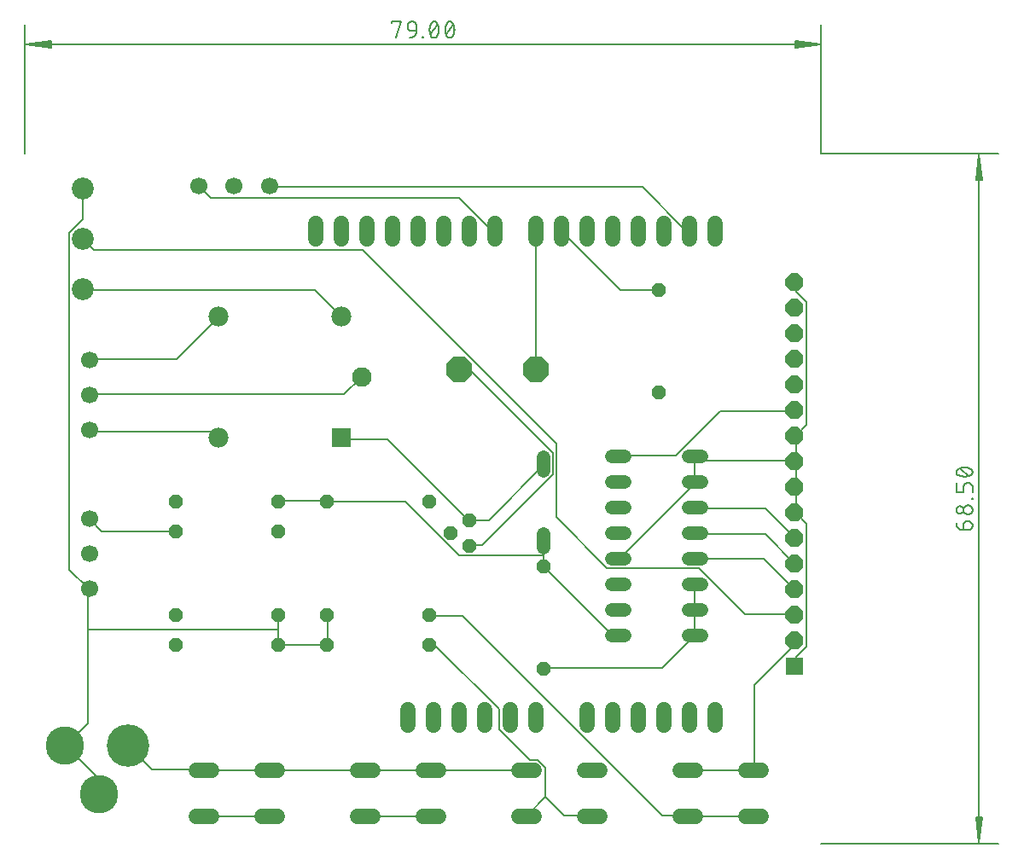
<source format=gbr>
G04 EAGLE Gerber RS-274X export*
G75*
%MOMM*%
%FSLAX34Y34*%
%LPD*%
%INTop Copper*%
%IPPOS*%
%AMOC8*
5,1,8,0,0,1.08239X$1,22.5*%
G01*
%ADD10C,0.130000*%
%ADD11C,0.152400*%
%ADD12R,1.980000X1.980000*%
%ADD13C,1.935000*%
%ADD14C,1.980000*%
%ADD15C,1.320800*%
%ADD16C,4.216000*%
%ADD17C,3.816000*%
%ADD18C,1.524000*%
%ADD19P,1.924489X8X202.500000*%
%ADD20R,1.778000X1.778000*%
%ADD21P,1.429621X8X112.500000*%
%ADD22P,1.429621X8X202.500000*%
%ADD23C,2.184400*%
%ADD24P,1.429621X8X22.500000*%
%ADD25P,2.749271X8X22.500000*%
%ADD26C,1.700000*%


D10*
X740000Y-100000D02*
X916120Y-100000D01*
X916120Y585000D02*
X740000Y585000D01*
X896620Y584350D02*
X896620Y-99350D01*
X893428Y-74000D01*
X899812Y-74000D01*
X896620Y-99350D01*
X895320Y-74000D01*
X897920Y-74000D02*
X896620Y-99350D01*
X894020Y-74000D01*
X899220Y-74000D02*
X896620Y-99350D01*
X893428Y559000D02*
X896620Y584350D01*
X893428Y559000D02*
X899812Y559000D01*
X896620Y584350D01*
X895320Y559000D01*
X897920Y559000D02*
X896620Y584350D01*
X894020Y559000D01*
X899220Y559000D02*
X896620Y584350D01*
D11*
X881082Y216771D02*
X881082Y211352D01*
X881082Y216771D02*
X881084Y216889D01*
X881090Y217007D01*
X881099Y217125D01*
X881113Y217242D01*
X881130Y217359D01*
X881151Y217476D01*
X881176Y217591D01*
X881205Y217706D01*
X881238Y217820D01*
X881274Y217932D01*
X881314Y218043D01*
X881357Y218153D01*
X881404Y218262D01*
X881454Y218369D01*
X881509Y218474D01*
X881566Y218577D01*
X881627Y218678D01*
X881691Y218778D01*
X881758Y218875D01*
X881828Y218970D01*
X881902Y219062D01*
X881978Y219153D01*
X882058Y219240D01*
X882140Y219325D01*
X882225Y219407D01*
X882312Y219487D01*
X882403Y219563D01*
X882495Y219637D01*
X882590Y219707D01*
X882687Y219774D01*
X882787Y219838D01*
X882888Y219899D01*
X882991Y219956D01*
X883096Y220011D01*
X883203Y220061D01*
X883312Y220108D01*
X883422Y220151D01*
X883533Y220191D01*
X883645Y220227D01*
X883759Y220260D01*
X883874Y220289D01*
X883989Y220314D01*
X884106Y220335D01*
X884223Y220352D01*
X884340Y220366D01*
X884458Y220375D01*
X884576Y220381D01*
X884694Y220383D01*
X885597Y220383D01*
X885597Y220384D02*
X885730Y220382D01*
X885862Y220376D01*
X885994Y220366D01*
X886126Y220353D01*
X886258Y220335D01*
X886388Y220314D01*
X886519Y220289D01*
X886648Y220260D01*
X886776Y220227D01*
X886904Y220191D01*
X887030Y220151D01*
X887155Y220107D01*
X887279Y220059D01*
X887401Y220008D01*
X887522Y219953D01*
X887641Y219895D01*
X887759Y219833D01*
X887874Y219768D01*
X887988Y219699D01*
X888099Y219628D01*
X888208Y219552D01*
X888315Y219474D01*
X888420Y219393D01*
X888522Y219308D01*
X888622Y219221D01*
X888719Y219131D01*
X888814Y219038D01*
X888905Y218942D01*
X888994Y218844D01*
X889080Y218743D01*
X889163Y218639D01*
X889243Y218533D01*
X889319Y218425D01*
X889393Y218315D01*
X889463Y218202D01*
X889530Y218088D01*
X889593Y217971D01*
X889653Y217853D01*
X889710Y217733D01*
X889763Y217611D01*
X889812Y217488D01*
X889858Y217364D01*
X889900Y217238D01*
X889938Y217111D01*
X889973Y216983D01*
X890004Y216854D01*
X890031Y216725D01*
X890054Y216594D01*
X890074Y216463D01*
X890089Y216331D01*
X890101Y216199D01*
X890109Y216067D01*
X890113Y215934D01*
X890113Y215802D01*
X890109Y215669D01*
X890101Y215537D01*
X890089Y215405D01*
X890074Y215273D01*
X890054Y215142D01*
X890031Y215011D01*
X890004Y214882D01*
X889973Y214753D01*
X889938Y214625D01*
X889900Y214498D01*
X889858Y214372D01*
X889812Y214248D01*
X889763Y214125D01*
X889710Y214003D01*
X889653Y213883D01*
X889593Y213765D01*
X889530Y213648D01*
X889463Y213534D01*
X889393Y213421D01*
X889319Y213311D01*
X889243Y213203D01*
X889163Y213097D01*
X889080Y212993D01*
X888994Y212892D01*
X888905Y212794D01*
X888814Y212698D01*
X888719Y212605D01*
X888622Y212515D01*
X888522Y212428D01*
X888420Y212343D01*
X888315Y212262D01*
X888208Y212184D01*
X888099Y212108D01*
X887988Y212037D01*
X887874Y211968D01*
X887759Y211903D01*
X887641Y211841D01*
X887522Y211783D01*
X887401Y211728D01*
X887279Y211677D01*
X887155Y211629D01*
X887030Y211585D01*
X886904Y211545D01*
X886776Y211509D01*
X886648Y211476D01*
X886519Y211447D01*
X886388Y211422D01*
X886258Y211401D01*
X886126Y211383D01*
X885994Y211370D01*
X885862Y211360D01*
X885730Y211354D01*
X885597Y211352D01*
X881082Y211352D01*
X880905Y211354D01*
X880727Y211361D01*
X880550Y211372D01*
X880374Y211387D01*
X880198Y211406D01*
X880022Y211430D01*
X879847Y211458D01*
X879672Y211491D01*
X879499Y211528D01*
X879326Y211569D01*
X879155Y211614D01*
X878985Y211663D01*
X878816Y211717D01*
X878648Y211774D01*
X878482Y211836D01*
X878317Y211902D01*
X878154Y211972D01*
X877993Y212046D01*
X877834Y212123D01*
X877676Y212205D01*
X877521Y212291D01*
X877368Y212380D01*
X877217Y212473D01*
X877068Y212570D01*
X876922Y212670D01*
X876778Y212774D01*
X876637Y212881D01*
X876499Y212992D01*
X876363Y213106D01*
X876230Y213224D01*
X876100Y213344D01*
X875973Y213468D01*
X875849Y213595D01*
X875729Y213725D01*
X875611Y213858D01*
X875497Y213993D01*
X875386Y214132D01*
X875279Y214273D01*
X875175Y214417D01*
X875075Y214563D01*
X874978Y214712D01*
X874885Y214863D01*
X874796Y215016D01*
X874710Y215171D01*
X874628Y215329D01*
X874551Y215488D01*
X874477Y215649D01*
X874407Y215812D01*
X874341Y215977D01*
X874279Y216143D01*
X874222Y216311D01*
X874168Y216480D01*
X874119Y216650D01*
X874074Y216821D01*
X874033Y216994D01*
X873996Y217167D01*
X873963Y217342D01*
X873935Y217517D01*
X873911Y217693D01*
X873892Y217869D01*
X873877Y218045D01*
X873866Y218222D01*
X873859Y218400D01*
X873857Y218577D01*
X885597Y226983D02*
X885464Y226985D01*
X885332Y226991D01*
X885200Y227001D01*
X885068Y227014D01*
X884936Y227032D01*
X884806Y227053D01*
X884675Y227078D01*
X884546Y227107D01*
X884418Y227140D01*
X884290Y227176D01*
X884164Y227216D01*
X884039Y227260D01*
X883915Y227308D01*
X883793Y227359D01*
X883672Y227414D01*
X883553Y227472D01*
X883435Y227534D01*
X883320Y227599D01*
X883206Y227668D01*
X883095Y227739D01*
X882986Y227815D01*
X882879Y227893D01*
X882774Y227974D01*
X882672Y228059D01*
X882572Y228146D01*
X882475Y228236D01*
X882380Y228329D01*
X882289Y228425D01*
X882200Y228523D01*
X882114Y228624D01*
X882031Y228728D01*
X881951Y228834D01*
X881875Y228942D01*
X881801Y229052D01*
X881731Y229165D01*
X881664Y229279D01*
X881601Y229396D01*
X881541Y229514D01*
X881484Y229634D01*
X881431Y229756D01*
X881382Y229879D01*
X881336Y230003D01*
X881294Y230129D01*
X881256Y230256D01*
X881221Y230384D01*
X881190Y230513D01*
X881163Y230642D01*
X881140Y230773D01*
X881120Y230904D01*
X881105Y231036D01*
X881093Y231168D01*
X881085Y231300D01*
X881081Y231433D01*
X881081Y231565D01*
X881085Y231698D01*
X881093Y231830D01*
X881105Y231962D01*
X881120Y232094D01*
X881140Y232225D01*
X881163Y232356D01*
X881190Y232485D01*
X881221Y232614D01*
X881256Y232742D01*
X881294Y232869D01*
X881336Y232995D01*
X881382Y233119D01*
X881431Y233242D01*
X881484Y233364D01*
X881541Y233484D01*
X881601Y233602D01*
X881664Y233719D01*
X881731Y233833D01*
X881801Y233946D01*
X881875Y234056D01*
X881951Y234164D01*
X882031Y234270D01*
X882114Y234374D01*
X882200Y234475D01*
X882289Y234573D01*
X882380Y234669D01*
X882475Y234762D01*
X882572Y234852D01*
X882672Y234939D01*
X882774Y235024D01*
X882879Y235105D01*
X882986Y235183D01*
X883095Y235259D01*
X883206Y235330D01*
X883320Y235399D01*
X883435Y235464D01*
X883553Y235526D01*
X883672Y235584D01*
X883793Y235639D01*
X883915Y235690D01*
X884039Y235738D01*
X884164Y235782D01*
X884290Y235822D01*
X884418Y235858D01*
X884546Y235891D01*
X884675Y235920D01*
X884806Y235945D01*
X884936Y235966D01*
X885068Y235984D01*
X885200Y235997D01*
X885332Y236007D01*
X885464Y236013D01*
X885597Y236015D01*
X885730Y236013D01*
X885862Y236007D01*
X885994Y235997D01*
X886126Y235984D01*
X886258Y235966D01*
X886388Y235945D01*
X886519Y235920D01*
X886648Y235891D01*
X886776Y235858D01*
X886904Y235822D01*
X887030Y235782D01*
X887155Y235738D01*
X887279Y235690D01*
X887401Y235639D01*
X887522Y235584D01*
X887641Y235526D01*
X887759Y235464D01*
X887874Y235399D01*
X887988Y235330D01*
X888099Y235259D01*
X888208Y235183D01*
X888315Y235105D01*
X888420Y235024D01*
X888522Y234939D01*
X888622Y234852D01*
X888719Y234762D01*
X888814Y234669D01*
X888905Y234573D01*
X888994Y234475D01*
X889080Y234374D01*
X889163Y234270D01*
X889243Y234164D01*
X889319Y234056D01*
X889393Y233946D01*
X889463Y233833D01*
X889530Y233719D01*
X889593Y233602D01*
X889653Y233484D01*
X889710Y233364D01*
X889763Y233242D01*
X889812Y233119D01*
X889858Y232995D01*
X889900Y232869D01*
X889938Y232742D01*
X889973Y232614D01*
X890004Y232485D01*
X890031Y232356D01*
X890054Y232225D01*
X890074Y232094D01*
X890089Y231962D01*
X890101Y231830D01*
X890109Y231698D01*
X890113Y231565D01*
X890113Y231433D01*
X890109Y231300D01*
X890101Y231168D01*
X890089Y231036D01*
X890074Y230904D01*
X890054Y230773D01*
X890031Y230642D01*
X890004Y230513D01*
X889973Y230384D01*
X889938Y230256D01*
X889900Y230129D01*
X889858Y230003D01*
X889812Y229879D01*
X889763Y229756D01*
X889710Y229634D01*
X889653Y229514D01*
X889593Y229396D01*
X889530Y229279D01*
X889463Y229165D01*
X889393Y229052D01*
X889319Y228942D01*
X889243Y228834D01*
X889163Y228728D01*
X889080Y228624D01*
X888994Y228523D01*
X888905Y228425D01*
X888814Y228329D01*
X888719Y228236D01*
X888622Y228146D01*
X888522Y228059D01*
X888420Y227974D01*
X888315Y227893D01*
X888208Y227815D01*
X888099Y227739D01*
X887988Y227668D01*
X887874Y227599D01*
X887759Y227534D01*
X887641Y227472D01*
X887522Y227414D01*
X887401Y227359D01*
X887279Y227308D01*
X887155Y227260D01*
X887030Y227216D01*
X886904Y227176D01*
X886776Y227140D01*
X886648Y227107D01*
X886519Y227078D01*
X886388Y227053D01*
X886258Y227032D01*
X886126Y227014D01*
X885994Y227001D01*
X885862Y226991D01*
X885730Y226985D01*
X885597Y226983D01*
X877469Y227887D02*
X877350Y227889D01*
X877230Y227895D01*
X877111Y227905D01*
X876993Y227919D01*
X876874Y227936D01*
X876757Y227958D01*
X876640Y227983D01*
X876525Y228013D01*
X876410Y228046D01*
X876296Y228083D01*
X876184Y228123D01*
X876073Y228168D01*
X875964Y228216D01*
X875856Y228267D01*
X875750Y228322D01*
X875646Y228381D01*
X875544Y228443D01*
X875444Y228508D01*
X875346Y228577D01*
X875250Y228649D01*
X875157Y228724D01*
X875067Y228801D01*
X874979Y228882D01*
X874894Y228966D01*
X874812Y229053D01*
X874732Y229142D01*
X874656Y229234D01*
X874582Y229328D01*
X874512Y229425D01*
X874445Y229523D01*
X874381Y229624D01*
X874321Y229728D01*
X874264Y229833D01*
X874211Y229940D01*
X874161Y230048D01*
X874115Y230158D01*
X874073Y230270D01*
X874034Y230383D01*
X873999Y230497D01*
X873968Y230612D01*
X873940Y230729D01*
X873917Y230846D01*
X873897Y230963D01*
X873881Y231082D01*
X873869Y231201D01*
X873861Y231320D01*
X873857Y231439D01*
X873857Y231559D01*
X873861Y231678D01*
X873869Y231797D01*
X873881Y231916D01*
X873897Y232035D01*
X873917Y232152D01*
X873940Y232269D01*
X873968Y232386D01*
X873999Y232501D01*
X874034Y232615D01*
X874073Y232728D01*
X874115Y232840D01*
X874161Y232950D01*
X874211Y233058D01*
X874264Y233165D01*
X874321Y233270D01*
X874381Y233374D01*
X874445Y233475D01*
X874512Y233573D01*
X874582Y233670D01*
X874656Y233764D01*
X874732Y233856D01*
X874812Y233945D01*
X874894Y234032D01*
X874979Y234116D01*
X875067Y234197D01*
X875157Y234274D01*
X875250Y234349D01*
X875346Y234421D01*
X875444Y234490D01*
X875544Y234555D01*
X875646Y234617D01*
X875750Y234676D01*
X875856Y234731D01*
X875964Y234782D01*
X876073Y234830D01*
X876184Y234875D01*
X876296Y234915D01*
X876410Y234952D01*
X876525Y234985D01*
X876640Y235015D01*
X876757Y235040D01*
X876874Y235062D01*
X876993Y235079D01*
X877111Y235093D01*
X877230Y235103D01*
X877350Y235109D01*
X877469Y235111D01*
X877588Y235109D01*
X877708Y235103D01*
X877827Y235093D01*
X877945Y235079D01*
X878064Y235062D01*
X878181Y235040D01*
X878298Y235015D01*
X878413Y234985D01*
X878528Y234952D01*
X878642Y234915D01*
X878754Y234875D01*
X878865Y234830D01*
X878974Y234782D01*
X879082Y234731D01*
X879188Y234676D01*
X879292Y234617D01*
X879394Y234555D01*
X879494Y234490D01*
X879592Y234421D01*
X879688Y234349D01*
X879781Y234274D01*
X879871Y234197D01*
X879959Y234116D01*
X880044Y234032D01*
X880126Y233945D01*
X880206Y233856D01*
X880282Y233764D01*
X880356Y233670D01*
X880426Y233573D01*
X880493Y233475D01*
X880557Y233374D01*
X880617Y233270D01*
X880674Y233165D01*
X880727Y233058D01*
X880777Y232950D01*
X880823Y232840D01*
X880865Y232728D01*
X880904Y232615D01*
X880939Y232501D01*
X880970Y232386D01*
X880998Y232269D01*
X881021Y232152D01*
X881041Y232035D01*
X881057Y231916D01*
X881069Y231797D01*
X881077Y231678D01*
X881081Y231559D01*
X881081Y231439D01*
X881077Y231320D01*
X881069Y231201D01*
X881057Y231082D01*
X881041Y230963D01*
X881021Y230846D01*
X880998Y230729D01*
X880970Y230612D01*
X880939Y230497D01*
X880904Y230383D01*
X880865Y230270D01*
X880823Y230158D01*
X880777Y230048D01*
X880727Y229940D01*
X880674Y229833D01*
X880617Y229728D01*
X880557Y229624D01*
X880493Y229523D01*
X880426Y229425D01*
X880356Y229328D01*
X880282Y229234D01*
X880206Y229142D01*
X880126Y229053D01*
X880044Y228966D01*
X879959Y228882D01*
X879871Y228801D01*
X879781Y228724D01*
X879688Y228649D01*
X879592Y228577D01*
X879494Y228508D01*
X879394Y228443D01*
X879292Y228381D01*
X879188Y228322D01*
X879082Y228267D01*
X878974Y228216D01*
X878865Y228168D01*
X878754Y228123D01*
X878642Y228083D01*
X878528Y228046D01*
X878413Y228013D01*
X878298Y227983D01*
X878181Y227958D01*
X878064Y227936D01*
X877945Y227919D01*
X877827Y227905D01*
X877708Y227895D01*
X877588Y227889D01*
X877469Y227887D01*
X889210Y241989D02*
X890113Y241989D01*
X889210Y241989D02*
X889210Y242892D01*
X890113Y242892D01*
X890113Y241989D01*
X890113Y248867D02*
X890113Y254286D01*
X890111Y254404D01*
X890105Y254522D01*
X890096Y254640D01*
X890082Y254757D01*
X890065Y254874D01*
X890044Y254991D01*
X890019Y255106D01*
X889990Y255221D01*
X889957Y255335D01*
X889921Y255447D01*
X889881Y255558D01*
X889838Y255668D01*
X889791Y255777D01*
X889741Y255884D01*
X889686Y255989D01*
X889629Y256092D01*
X889568Y256193D01*
X889504Y256293D01*
X889437Y256390D01*
X889367Y256485D01*
X889293Y256577D01*
X889217Y256668D01*
X889137Y256755D01*
X889055Y256840D01*
X888970Y256922D01*
X888883Y257002D01*
X888792Y257078D01*
X888700Y257152D01*
X888605Y257222D01*
X888508Y257289D01*
X888408Y257353D01*
X888307Y257414D01*
X888204Y257471D01*
X888099Y257526D01*
X887992Y257576D01*
X887883Y257623D01*
X887773Y257666D01*
X887662Y257706D01*
X887550Y257742D01*
X887436Y257775D01*
X887321Y257804D01*
X887206Y257829D01*
X887089Y257850D01*
X886972Y257867D01*
X886855Y257881D01*
X886737Y257890D01*
X886619Y257896D01*
X886501Y257898D01*
X884694Y257898D01*
X884576Y257896D01*
X884458Y257890D01*
X884340Y257881D01*
X884223Y257867D01*
X884106Y257850D01*
X883989Y257829D01*
X883874Y257804D01*
X883759Y257775D01*
X883645Y257742D01*
X883533Y257706D01*
X883422Y257666D01*
X883312Y257623D01*
X883203Y257576D01*
X883096Y257526D01*
X882991Y257471D01*
X882888Y257414D01*
X882787Y257353D01*
X882687Y257289D01*
X882590Y257222D01*
X882495Y257152D01*
X882403Y257078D01*
X882312Y257002D01*
X882225Y256922D01*
X882140Y256840D01*
X882058Y256755D01*
X881978Y256668D01*
X881902Y256577D01*
X881828Y256485D01*
X881758Y256390D01*
X881691Y256293D01*
X881627Y256193D01*
X881566Y256092D01*
X881509Y255989D01*
X881454Y255884D01*
X881404Y255777D01*
X881357Y255668D01*
X881314Y255558D01*
X881274Y255447D01*
X881238Y255335D01*
X881205Y255221D01*
X881176Y255106D01*
X881151Y254991D01*
X881130Y254874D01*
X881113Y254757D01*
X881099Y254640D01*
X881090Y254522D01*
X881084Y254404D01*
X881082Y254286D01*
X881082Y248867D01*
X873857Y248867D01*
X873857Y257898D01*
X876115Y265853D02*
X876404Y265716D01*
X876696Y265586D01*
X876992Y265463D01*
X877290Y265348D01*
X877591Y265239D01*
X877894Y265138D01*
X878200Y265044D01*
X878507Y264957D01*
X878817Y264878D01*
X879129Y264806D01*
X879442Y264742D01*
X879757Y264685D01*
X880073Y264635D01*
X880390Y264593D01*
X880708Y264559D01*
X881026Y264532D01*
X881346Y264513D01*
X881665Y264502D01*
X881985Y264498D01*
X876114Y265854D02*
X876006Y265893D01*
X875899Y265936D01*
X875794Y265982D01*
X875691Y266032D01*
X875589Y266086D01*
X875489Y266143D01*
X875391Y266204D01*
X875295Y266268D01*
X875202Y266335D01*
X875111Y266405D01*
X875022Y266479D01*
X874936Y266555D01*
X874853Y266635D01*
X874772Y266717D01*
X874694Y266802D01*
X874620Y266889D01*
X874548Y266980D01*
X874479Y267072D01*
X874414Y267167D01*
X874352Y267264D01*
X874293Y267363D01*
X874238Y267464D01*
X874187Y267567D01*
X874139Y267672D01*
X874094Y267778D01*
X874053Y267885D01*
X874016Y267994D01*
X873983Y268105D01*
X873954Y268216D01*
X873928Y268328D01*
X873906Y268441D01*
X873889Y268555D01*
X873875Y268669D01*
X873865Y268784D01*
X873859Y268899D01*
X873857Y269014D01*
X873859Y269129D01*
X873865Y269244D01*
X873875Y269359D01*
X873889Y269473D01*
X873906Y269587D01*
X873928Y269700D01*
X873954Y269812D01*
X873983Y269924D01*
X874016Y270034D01*
X874053Y270143D01*
X874094Y270251D01*
X874139Y270357D01*
X874187Y270462D01*
X874238Y270564D01*
X874294Y270666D01*
X874352Y270765D01*
X874414Y270862D01*
X874480Y270957D01*
X874548Y271049D01*
X874620Y271139D01*
X874694Y271227D01*
X874772Y271312D01*
X874853Y271394D01*
X874936Y271473D01*
X875022Y271550D01*
X875111Y271623D01*
X875202Y271694D01*
X875296Y271761D01*
X875391Y271825D01*
X875489Y271886D01*
X875589Y271943D01*
X875691Y271996D01*
X875795Y272047D01*
X875900Y272093D01*
X876007Y272136D01*
X876115Y272175D01*
X876115Y272174D02*
X876404Y272311D01*
X876696Y272441D01*
X876992Y272564D01*
X877290Y272679D01*
X877591Y272788D01*
X877894Y272889D01*
X878200Y272983D01*
X878507Y273070D01*
X878817Y273149D01*
X879129Y273221D01*
X879442Y273285D01*
X879757Y273342D01*
X880073Y273392D01*
X880390Y273434D01*
X880708Y273468D01*
X881026Y273495D01*
X881346Y273514D01*
X881665Y273525D01*
X881985Y273529D01*
X881985Y264498D02*
X882305Y264502D01*
X882624Y264513D01*
X882944Y264532D01*
X883262Y264559D01*
X883580Y264593D01*
X883897Y264635D01*
X884213Y264685D01*
X884528Y264742D01*
X884841Y264806D01*
X885153Y264878D01*
X885463Y264957D01*
X885770Y265044D01*
X886076Y265138D01*
X886379Y265239D01*
X886680Y265348D01*
X886978Y265463D01*
X887274Y265586D01*
X887566Y265716D01*
X887855Y265853D01*
X887856Y265853D02*
X887964Y265892D01*
X888071Y265935D01*
X888176Y265981D01*
X888280Y266032D01*
X888382Y266085D01*
X888482Y266142D01*
X888580Y266203D01*
X888675Y266267D01*
X888769Y266334D01*
X888860Y266405D01*
X888949Y266478D01*
X889035Y266555D01*
X889118Y266634D01*
X889199Y266716D01*
X889277Y266801D01*
X889351Y266889D01*
X889423Y266979D01*
X889492Y267072D01*
X889557Y267166D01*
X889619Y267263D01*
X889677Y267363D01*
X889733Y267464D01*
X889784Y267566D01*
X889832Y267671D01*
X889877Y267777D01*
X889918Y267885D01*
X889955Y267994D01*
X889988Y268104D01*
X890017Y268216D01*
X890043Y268328D01*
X890065Y268441D01*
X890082Y268555D01*
X890096Y268669D01*
X890106Y268784D01*
X890112Y268899D01*
X890114Y269014D01*
X887855Y272174D02*
X887566Y272311D01*
X887274Y272441D01*
X886978Y272564D01*
X886680Y272679D01*
X886379Y272788D01*
X886076Y272889D01*
X885770Y272983D01*
X885463Y273070D01*
X885153Y273149D01*
X884841Y273221D01*
X884528Y273285D01*
X884213Y273342D01*
X883897Y273392D01*
X883580Y273434D01*
X883262Y273468D01*
X882944Y273495D01*
X882624Y273514D01*
X882305Y273525D01*
X881985Y273529D01*
X887855Y272175D02*
X887963Y272136D01*
X888070Y272093D01*
X888175Y272047D01*
X888279Y271996D01*
X888381Y271943D01*
X888481Y271886D01*
X888579Y271825D01*
X888674Y271761D01*
X888768Y271694D01*
X888859Y271623D01*
X888948Y271550D01*
X889034Y271473D01*
X889117Y271394D01*
X889198Y271312D01*
X889276Y271227D01*
X889350Y271139D01*
X889422Y271049D01*
X889491Y270956D01*
X889556Y270862D01*
X889618Y270765D01*
X889676Y270665D01*
X889732Y270564D01*
X889783Y270461D01*
X889831Y270357D01*
X889876Y270251D01*
X889917Y270143D01*
X889954Y270034D01*
X889987Y269924D01*
X890016Y269812D01*
X890042Y269700D01*
X890064Y269587D01*
X890081Y269473D01*
X890095Y269359D01*
X890105Y269244D01*
X890111Y269129D01*
X890113Y269014D01*
X886501Y265401D02*
X877469Y272626D01*
D10*
X740000Y585000D02*
X740000Y712920D01*
X-50000Y712920D02*
X-50000Y585000D01*
X-49350Y693420D02*
X739350Y693420D01*
X714000Y696612D01*
X714000Y690228D01*
X739350Y693420D01*
X714000Y694720D01*
X714000Y692120D02*
X739350Y693420D01*
X714000Y696020D01*
X714000Y690820D02*
X739350Y693420D01*
X-24000Y696612D02*
X-49350Y693420D01*
X-24000Y696612D02*
X-24000Y690228D01*
X-49350Y693420D01*
X-24000Y694720D01*
X-24000Y692120D02*
X-49350Y693420D01*
X-24000Y696020D01*
X-24000Y690820D02*
X-49350Y693420D01*
D11*
X313852Y714377D02*
X313852Y716183D01*
X322883Y716183D01*
X318368Y699927D01*
X333096Y707152D02*
X338514Y707152D01*
X333096Y707152D02*
X332978Y707154D01*
X332860Y707160D01*
X332742Y707169D01*
X332625Y707183D01*
X332508Y707200D01*
X332391Y707221D01*
X332276Y707246D01*
X332161Y707275D01*
X332047Y707308D01*
X331935Y707344D01*
X331824Y707384D01*
X331714Y707427D01*
X331605Y707474D01*
X331498Y707524D01*
X331393Y707579D01*
X331290Y707636D01*
X331189Y707697D01*
X331089Y707761D01*
X330992Y707828D01*
X330897Y707898D01*
X330805Y707972D01*
X330714Y708048D01*
X330627Y708128D01*
X330542Y708210D01*
X330460Y708295D01*
X330380Y708382D01*
X330304Y708473D01*
X330230Y708565D01*
X330160Y708660D01*
X330093Y708757D01*
X330029Y708857D01*
X329968Y708958D01*
X329911Y709061D01*
X329856Y709166D01*
X329806Y709273D01*
X329759Y709382D01*
X329716Y709492D01*
X329676Y709603D01*
X329640Y709715D01*
X329607Y709829D01*
X329578Y709944D01*
X329553Y710059D01*
X329532Y710176D01*
X329515Y710293D01*
X329501Y710410D01*
X329492Y710528D01*
X329486Y710646D01*
X329484Y710764D01*
X329483Y710764D02*
X329483Y711667D01*
X329485Y711800D01*
X329491Y711932D01*
X329501Y712064D01*
X329514Y712196D01*
X329532Y712328D01*
X329553Y712458D01*
X329578Y712589D01*
X329607Y712718D01*
X329640Y712846D01*
X329676Y712974D01*
X329716Y713100D01*
X329760Y713225D01*
X329808Y713349D01*
X329859Y713471D01*
X329914Y713592D01*
X329972Y713711D01*
X330034Y713829D01*
X330099Y713944D01*
X330168Y714058D01*
X330239Y714169D01*
X330315Y714278D01*
X330393Y714385D01*
X330474Y714490D01*
X330559Y714592D01*
X330646Y714692D01*
X330736Y714789D01*
X330829Y714884D01*
X330925Y714975D01*
X331023Y715064D01*
X331124Y715150D01*
X331228Y715233D01*
X331334Y715313D01*
X331442Y715389D01*
X331552Y715463D01*
X331665Y715533D01*
X331779Y715600D01*
X331896Y715663D01*
X332014Y715723D01*
X332134Y715780D01*
X332256Y715833D01*
X332379Y715882D01*
X332503Y715928D01*
X332629Y715970D01*
X332756Y716008D01*
X332884Y716043D01*
X333013Y716074D01*
X333142Y716101D01*
X333273Y716124D01*
X333404Y716144D01*
X333536Y716159D01*
X333668Y716171D01*
X333800Y716179D01*
X333933Y716183D01*
X334065Y716183D01*
X334198Y716179D01*
X334330Y716171D01*
X334462Y716159D01*
X334594Y716144D01*
X334725Y716124D01*
X334856Y716101D01*
X334985Y716074D01*
X335114Y716043D01*
X335242Y716008D01*
X335369Y715970D01*
X335495Y715928D01*
X335619Y715882D01*
X335742Y715833D01*
X335864Y715780D01*
X335984Y715723D01*
X336102Y715663D01*
X336219Y715600D01*
X336333Y715533D01*
X336446Y715463D01*
X336556Y715389D01*
X336664Y715313D01*
X336770Y715233D01*
X336874Y715150D01*
X336975Y715064D01*
X337073Y714975D01*
X337169Y714884D01*
X337262Y714789D01*
X337352Y714692D01*
X337439Y714592D01*
X337524Y714490D01*
X337605Y714385D01*
X337683Y714278D01*
X337759Y714169D01*
X337830Y714058D01*
X337899Y713944D01*
X337964Y713829D01*
X338026Y713711D01*
X338084Y713592D01*
X338139Y713471D01*
X338190Y713349D01*
X338238Y713225D01*
X338282Y713100D01*
X338322Y712974D01*
X338358Y712846D01*
X338391Y712718D01*
X338420Y712589D01*
X338445Y712458D01*
X338466Y712328D01*
X338484Y712196D01*
X338497Y712064D01*
X338507Y711932D01*
X338513Y711800D01*
X338515Y711667D01*
X338514Y711667D02*
X338514Y707152D01*
X338512Y706977D01*
X338506Y706803D01*
X338495Y706629D01*
X338480Y706455D01*
X338461Y706281D01*
X338438Y706108D01*
X338411Y705936D01*
X338379Y705764D01*
X338344Y705593D01*
X338304Y705423D01*
X338260Y705254D01*
X338212Y705086D01*
X338160Y704919D01*
X338104Y704754D01*
X338044Y704590D01*
X337981Y704427D01*
X337913Y704267D01*
X337841Y704107D01*
X337766Y703950D01*
X337686Y703794D01*
X337603Y703641D01*
X337517Y703489D01*
X337426Y703340D01*
X337332Y703193D01*
X337235Y703048D01*
X337134Y702905D01*
X337030Y702765D01*
X336922Y702628D01*
X336811Y702493D01*
X336697Y702361D01*
X336580Y702232D01*
X336459Y702105D01*
X336336Y701982D01*
X336209Y701861D01*
X336080Y701744D01*
X335948Y701630D01*
X335813Y701519D01*
X335676Y701411D01*
X335536Y701307D01*
X335393Y701206D01*
X335248Y701109D01*
X335101Y701015D01*
X334952Y700924D01*
X334800Y700838D01*
X334647Y700755D01*
X334491Y700675D01*
X334334Y700600D01*
X334174Y700528D01*
X334014Y700460D01*
X333851Y700397D01*
X333687Y700337D01*
X333522Y700281D01*
X333355Y700229D01*
X333187Y700181D01*
X333018Y700137D01*
X332848Y700097D01*
X332677Y700062D01*
X332505Y700030D01*
X332333Y700003D01*
X332160Y699980D01*
X331986Y699961D01*
X331812Y699946D01*
X331638Y699935D01*
X331464Y699929D01*
X331289Y699927D01*
X344489Y699927D02*
X344489Y700830D01*
X345392Y700830D01*
X345392Y699927D01*
X344489Y699927D01*
X351367Y708055D02*
X351371Y708375D01*
X351382Y708694D01*
X351401Y709014D01*
X351428Y709332D01*
X351462Y709650D01*
X351504Y709967D01*
X351554Y710283D01*
X351611Y710598D01*
X351675Y710911D01*
X351747Y711223D01*
X351826Y711533D01*
X351913Y711840D01*
X352007Y712146D01*
X352108Y712449D01*
X352217Y712750D01*
X352332Y713048D01*
X352455Y713344D01*
X352585Y713636D01*
X352722Y713925D01*
X352721Y713926D02*
X352760Y714034D01*
X352803Y714141D01*
X352849Y714246D01*
X352900Y714350D01*
X352953Y714452D01*
X353010Y714552D01*
X353071Y714650D01*
X353135Y714745D01*
X353202Y714839D01*
X353273Y714930D01*
X353346Y715019D01*
X353423Y715105D01*
X353502Y715188D01*
X353584Y715269D01*
X353669Y715347D01*
X353757Y715421D01*
X353847Y715493D01*
X353939Y715561D01*
X354034Y715627D01*
X354131Y715689D01*
X354230Y715747D01*
X354332Y715803D01*
X354434Y715854D01*
X354539Y715902D01*
X354645Y715947D01*
X354753Y715988D01*
X354862Y716025D01*
X354972Y716058D01*
X355084Y716087D01*
X355196Y716113D01*
X355309Y716135D01*
X355423Y716152D01*
X355537Y716166D01*
X355652Y716176D01*
X355767Y716182D01*
X355882Y716184D01*
X355882Y716183D02*
X355997Y716181D01*
X356112Y716175D01*
X356227Y716165D01*
X356341Y716151D01*
X356455Y716134D01*
X356568Y716112D01*
X356680Y716086D01*
X356792Y716057D01*
X356902Y716024D01*
X357011Y715987D01*
X357119Y715946D01*
X357225Y715901D01*
X357330Y715853D01*
X357432Y715802D01*
X357533Y715746D01*
X357633Y715688D01*
X357730Y715626D01*
X357824Y715561D01*
X357917Y715492D01*
X358007Y715420D01*
X358095Y715346D01*
X358180Y715268D01*
X358262Y715187D01*
X358341Y715104D01*
X358418Y715018D01*
X358491Y714929D01*
X358562Y714838D01*
X358629Y714744D01*
X358693Y714649D01*
X358754Y714551D01*
X358811Y714451D01*
X358864Y714349D01*
X358915Y714245D01*
X358961Y714140D01*
X359004Y714033D01*
X359043Y713925D01*
X359180Y713636D01*
X359310Y713344D01*
X359433Y713048D01*
X359548Y712750D01*
X359657Y712449D01*
X359758Y712146D01*
X359852Y711840D01*
X359939Y711533D01*
X360018Y711223D01*
X360090Y710911D01*
X360154Y710598D01*
X360211Y710283D01*
X360261Y709967D01*
X360303Y709650D01*
X360337Y709332D01*
X360364Y709014D01*
X360383Y708694D01*
X360394Y708375D01*
X360398Y708055D01*
X351367Y708055D02*
X351371Y707735D01*
X351382Y707416D01*
X351401Y707096D01*
X351428Y706778D01*
X351462Y706460D01*
X351504Y706143D01*
X351554Y705827D01*
X351611Y705512D01*
X351675Y705199D01*
X351747Y704887D01*
X351826Y704577D01*
X351913Y704270D01*
X352007Y703964D01*
X352108Y703661D01*
X352217Y703360D01*
X352332Y703062D01*
X352455Y702766D01*
X352585Y702474D01*
X352722Y702185D01*
X352721Y702185D02*
X352760Y702077D01*
X352803Y701970D01*
X352849Y701865D01*
X352900Y701761D01*
X352953Y701659D01*
X353010Y701559D01*
X353071Y701461D01*
X353135Y701366D01*
X353202Y701272D01*
X353273Y701181D01*
X353346Y701092D01*
X353423Y701006D01*
X353502Y700923D01*
X353584Y700842D01*
X353669Y700764D01*
X353757Y700690D01*
X353847Y700618D01*
X353940Y700549D01*
X354034Y700484D01*
X354131Y700422D01*
X354231Y700364D01*
X354332Y700308D01*
X354434Y700257D01*
X354539Y700209D01*
X354645Y700164D01*
X354753Y700123D01*
X354862Y700086D01*
X354972Y700053D01*
X355084Y700024D01*
X355196Y699998D01*
X355309Y699976D01*
X355423Y699959D01*
X355537Y699945D01*
X355652Y699935D01*
X355767Y699929D01*
X355882Y699927D01*
X359043Y702185D02*
X359180Y702474D01*
X359310Y702766D01*
X359433Y703062D01*
X359548Y703360D01*
X359657Y703661D01*
X359758Y703964D01*
X359852Y704270D01*
X359939Y704577D01*
X360018Y704887D01*
X360090Y705199D01*
X360154Y705512D01*
X360211Y705827D01*
X360261Y706143D01*
X360303Y706460D01*
X360337Y706778D01*
X360364Y707096D01*
X360383Y707416D01*
X360394Y707735D01*
X360398Y708055D01*
X359043Y702185D02*
X359004Y702077D01*
X358961Y701970D01*
X358915Y701865D01*
X358864Y701761D01*
X358811Y701659D01*
X358754Y701559D01*
X358693Y701461D01*
X358629Y701366D01*
X358562Y701272D01*
X358491Y701181D01*
X358418Y701092D01*
X358341Y701006D01*
X358262Y700923D01*
X358180Y700842D01*
X358095Y700764D01*
X358007Y700690D01*
X357917Y700618D01*
X357824Y700549D01*
X357730Y700484D01*
X357633Y700422D01*
X357533Y700364D01*
X357432Y700308D01*
X357329Y700257D01*
X357225Y700209D01*
X357119Y700164D01*
X357011Y700123D01*
X356902Y700086D01*
X356792Y700053D01*
X356680Y700024D01*
X356568Y699998D01*
X356455Y699976D01*
X356341Y699959D01*
X356227Y699945D01*
X356112Y699935D01*
X355997Y699929D01*
X355882Y699927D01*
X352270Y703539D02*
X359495Y712571D01*
X366998Y708055D02*
X367002Y708375D01*
X367013Y708694D01*
X367032Y709014D01*
X367059Y709332D01*
X367093Y709650D01*
X367135Y709967D01*
X367185Y710283D01*
X367242Y710598D01*
X367306Y710911D01*
X367378Y711223D01*
X367457Y711533D01*
X367544Y711840D01*
X367638Y712146D01*
X367739Y712449D01*
X367848Y712750D01*
X367963Y713048D01*
X368086Y713344D01*
X368216Y713636D01*
X368353Y713925D01*
X368353Y713926D02*
X368392Y714034D01*
X368435Y714141D01*
X368481Y714246D01*
X368532Y714350D01*
X368585Y714452D01*
X368642Y714552D01*
X368703Y714650D01*
X368767Y714745D01*
X368834Y714839D01*
X368905Y714930D01*
X368978Y715019D01*
X369055Y715105D01*
X369134Y715188D01*
X369216Y715269D01*
X369301Y715347D01*
X369389Y715421D01*
X369479Y715493D01*
X369571Y715561D01*
X369666Y715627D01*
X369763Y715689D01*
X369862Y715747D01*
X369964Y715803D01*
X370066Y715854D01*
X370171Y715902D01*
X370277Y715947D01*
X370385Y715988D01*
X370494Y716025D01*
X370604Y716058D01*
X370716Y716087D01*
X370828Y716113D01*
X370941Y716135D01*
X371055Y716152D01*
X371169Y716166D01*
X371284Y716176D01*
X371399Y716182D01*
X371514Y716184D01*
X371514Y716183D02*
X371629Y716181D01*
X371744Y716175D01*
X371859Y716165D01*
X371973Y716151D01*
X372087Y716134D01*
X372200Y716112D01*
X372312Y716086D01*
X372424Y716057D01*
X372534Y716024D01*
X372643Y715987D01*
X372751Y715946D01*
X372857Y715901D01*
X372962Y715853D01*
X373064Y715802D01*
X373165Y715746D01*
X373265Y715688D01*
X373362Y715626D01*
X373456Y715561D01*
X373549Y715492D01*
X373639Y715420D01*
X373727Y715346D01*
X373812Y715268D01*
X373894Y715187D01*
X373973Y715104D01*
X374050Y715018D01*
X374123Y714929D01*
X374194Y714838D01*
X374261Y714744D01*
X374325Y714649D01*
X374386Y714551D01*
X374443Y714451D01*
X374496Y714349D01*
X374547Y714245D01*
X374593Y714140D01*
X374636Y714033D01*
X374675Y713925D01*
X374674Y713925D02*
X374811Y713636D01*
X374941Y713344D01*
X375064Y713048D01*
X375179Y712750D01*
X375288Y712449D01*
X375389Y712146D01*
X375483Y711840D01*
X375570Y711533D01*
X375649Y711223D01*
X375721Y710911D01*
X375785Y710598D01*
X375842Y710283D01*
X375892Y709967D01*
X375934Y709650D01*
X375968Y709332D01*
X375995Y709014D01*
X376014Y708694D01*
X376025Y708375D01*
X376029Y708055D01*
X366998Y708055D02*
X367002Y707735D01*
X367013Y707416D01*
X367032Y707096D01*
X367059Y706778D01*
X367093Y706460D01*
X367135Y706143D01*
X367185Y705827D01*
X367242Y705512D01*
X367306Y705199D01*
X367378Y704887D01*
X367457Y704577D01*
X367544Y704270D01*
X367638Y703964D01*
X367739Y703661D01*
X367848Y703360D01*
X367963Y703062D01*
X368086Y702766D01*
X368216Y702474D01*
X368353Y702185D01*
X368392Y702077D01*
X368435Y701970D01*
X368481Y701865D01*
X368532Y701761D01*
X368585Y701659D01*
X368642Y701559D01*
X368703Y701461D01*
X368767Y701366D01*
X368834Y701272D01*
X368905Y701181D01*
X368978Y701092D01*
X369055Y701006D01*
X369134Y700923D01*
X369216Y700842D01*
X369301Y700764D01*
X369389Y700690D01*
X369479Y700618D01*
X369572Y700549D01*
X369666Y700484D01*
X369763Y700422D01*
X369863Y700364D01*
X369964Y700308D01*
X370066Y700257D01*
X370171Y700209D01*
X370277Y700164D01*
X370385Y700123D01*
X370494Y700086D01*
X370604Y700053D01*
X370716Y700024D01*
X370828Y699998D01*
X370941Y699976D01*
X371055Y699959D01*
X371169Y699945D01*
X371284Y699935D01*
X371399Y699929D01*
X371514Y699927D01*
X374674Y702185D02*
X374811Y702474D01*
X374941Y702766D01*
X375064Y703062D01*
X375179Y703360D01*
X375288Y703661D01*
X375389Y703964D01*
X375483Y704270D01*
X375570Y704577D01*
X375649Y704887D01*
X375721Y705199D01*
X375785Y705512D01*
X375842Y705827D01*
X375892Y706143D01*
X375934Y706460D01*
X375968Y706778D01*
X375995Y707096D01*
X376014Y707416D01*
X376025Y707735D01*
X376029Y708055D01*
X374675Y702185D02*
X374636Y702077D01*
X374593Y701970D01*
X374547Y701865D01*
X374496Y701761D01*
X374443Y701659D01*
X374386Y701559D01*
X374325Y701461D01*
X374261Y701366D01*
X374194Y701272D01*
X374123Y701181D01*
X374050Y701092D01*
X373973Y701006D01*
X373894Y700923D01*
X373812Y700842D01*
X373727Y700764D01*
X373639Y700690D01*
X373549Y700618D01*
X373456Y700549D01*
X373362Y700484D01*
X373265Y700422D01*
X373165Y700364D01*
X373064Y700308D01*
X372961Y700257D01*
X372857Y700209D01*
X372751Y700164D01*
X372643Y700123D01*
X372534Y700086D01*
X372424Y700053D01*
X372312Y700024D01*
X372200Y699998D01*
X372087Y699976D01*
X371973Y699959D01*
X371859Y699945D01*
X371744Y699935D01*
X371629Y699929D01*
X371514Y699927D01*
X367901Y703539D02*
X375126Y712571D01*
D12*
X264200Y303220D03*
D13*
X284200Y363220D03*
D14*
X264200Y423220D03*
X142200Y423220D03*
X142200Y303220D03*
D15*
X464820Y207264D02*
X464820Y194056D01*
X464820Y270256D02*
X464820Y283464D01*
X608076Y106680D02*
X621284Y106680D01*
X621284Y132080D02*
X608076Y132080D01*
X608076Y157480D02*
X621284Y157480D01*
X621284Y182880D02*
X608076Y182880D01*
X608076Y208280D02*
X621284Y208280D01*
X621284Y233680D02*
X608076Y233680D01*
X608076Y259080D02*
X621284Y259080D01*
X621284Y284480D02*
X608076Y284480D01*
X545084Y284480D02*
X531876Y284480D01*
X531876Y259080D02*
X545084Y259080D01*
X545084Y233680D02*
X531876Y233680D01*
X531876Y208280D02*
X545084Y208280D01*
X545084Y182880D02*
X531876Y182880D01*
X531876Y157480D02*
X545084Y157480D01*
X545084Y132080D02*
X531876Y132080D01*
X531876Y106680D02*
X545084Y106680D01*
D16*
X52180Y-2540D03*
D17*
X-10320Y-2540D03*
X23680Y-50540D03*
D18*
X635000Y500380D02*
X635000Y515620D01*
X609600Y515620D02*
X609600Y500380D01*
X584200Y500380D02*
X584200Y515620D01*
X558800Y515620D02*
X558800Y500380D01*
X533400Y500380D02*
X533400Y515620D01*
X508000Y515620D02*
X508000Y500380D01*
X482600Y500380D02*
X482600Y515620D01*
X457200Y515620D02*
X457200Y500380D01*
X238760Y500380D02*
X238760Y515620D01*
X264160Y515620D02*
X264160Y500380D01*
X289560Y500380D02*
X289560Y515620D01*
X314960Y515620D02*
X314960Y500380D01*
X340360Y500380D02*
X340360Y515620D01*
X365760Y515620D02*
X365760Y500380D01*
X391160Y500380D02*
X391160Y515620D01*
X416560Y515620D02*
X416560Y500380D01*
X635000Y33020D02*
X635000Y17780D01*
X609600Y17780D02*
X609600Y33020D01*
X584200Y33020D02*
X584200Y17780D01*
X558800Y17780D02*
X558800Y33020D01*
X533400Y33020D02*
X533400Y17780D01*
X508000Y17780D02*
X508000Y33020D01*
X457200Y33020D02*
X457200Y17780D01*
X431800Y17780D02*
X431800Y33020D01*
X406400Y33020D02*
X406400Y17780D01*
X381000Y17780D02*
X381000Y33020D01*
X355600Y33020D02*
X355600Y17780D01*
X330200Y17780D02*
X330200Y33020D01*
D19*
X713740Y101600D03*
D20*
X713740Y76200D03*
D19*
X713740Y127000D03*
X713740Y152400D03*
X713740Y177800D03*
X713740Y203200D03*
X713740Y228600D03*
X713740Y254000D03*
X713740Y279400D03*
X713740Y304800D03*
X713740Y330200D03*
X713740Y355600D03*
X713740Y381000D03*
X713740Y406400D03*
X713740Y431800D03*
X713740Y457200D03*
D21*
X464820Y73660D03*
X464820Y175260D03*
D22*
X200800Y240000D03*
X99200Y240000D03*
D23*
X7620Y550380D03*
X7620Y500380D03*
X7620Y450380D03*
D22*
X350800Y240000D03*
X249200Y240000D03*
D21*
X579120Y347980D03*
X579120Y449580D03*
D22*
X350800Y127000D03*
X249200Y127000D03*
X350800Y97000D03*
X249200Y97000D03*
D24*
X99200Y97000D03*
X200800Y97000D03*
X99200Y127000D03*
X200800Y127000D03*
D22*
X200800Y210000D03*
X99200Y210000D03*
D18*
X599868Y-27394D02*
X615108Y-27394D01*
X664892Y-27394D02*
X680132Y-27394D01*
X615108Y-72606D02*
X599868Y-72606D01*
X664892Y-72606D02*
X680132Y-72606D01*
X455108Y-27394D02*
X439868Y-27394D01*
X504892Y-27394D02*
X520132Y-27394D01*
X455108Y-72606D02*
X439868Y-72606D01*
X504892Y-72606D02*
X520132Y-72606D01*
X295108Y-27394D02*
X279868Y-27394D01*
X344892Y-27394D02*
X360132Y-27394D01*
X295108Y-72606D02*
X279868Y-72606D01*
X344892Y-72606D02*
X360132Y-72606D01*
X135108Y-27394D02*
X119868Y-27394D01*
X184892Y-27394D02*
X200132Y-27394D01*
X135108Y-72606D02*
X119868Y-72606D01*
X184892Y-72606D02*
X200132Y-72606D01*
D25*
X381000Y370840D03*
X457200Y370840D03*
D21*
X391160Y220980D03*
X372110Y208280D03*
X391160Y195580D03*
D26*
X13700Y310440D03*
X13700Y345440D03*
X13700Y380440D03*
X13700Y152960D03*
X13700Y187960D03*
X13700Y222960D03*
X122480Y552720D03*
X157480Y552720D03*
X192480Y552720D03*
D11*
X714756Y85344D02*
X714756Y76200D01*
X714756Y85344D02*
X725424Y96012D01*
X725424Y217932D01*
X714756Y228600D01*
X714756Y76200D02*
X713740Y76200D01*
X714756Y254508D02*
X714756Y278892D01*
X714756Y254508D02*
X713740Y254000D01*
X714756Y278892D02*
X713740Y279400D01*
X714756Y280416D02*
X714756Y304800D01*
X714756Y280416D02*
X713740Y279400D01*
X714756Y448056D02*
X714756Y457200D01*
X714756Y448056D02*
X725424Y437388D01*
X725424Y315468D01*
X714756Y304800D01*
X714756Y457200D02*
X713740Y457200D01*
X713740Y304800D02*
X714756Y304800D01*
X714756Y252984D02*
X714756Y228600D01*
X713740Y228600D01*
X714756Y252984D02*
X713740Y254000D01*
X615696Y259080D02*
X539496Y182880D01*
X538480Y182880D01*
X614680Y259080D02*
X615696Y259080D01*
X614172Y259080D02*
X614172Y280416D01*
X614172Y283464D01*
X614680Y284480D01*
X614680Y259080D02*
X614172Y259080D01*
X391668Y370332D02*
X381000Y370332D01*
X391668Y370332D02*
X473964Y288036D01*
X473964Y266700D01*
X403860Y196596D01*
X391668Y196596D01*
X381000Y370332D02*
X381000Y370840D01*
X391668Y196596D02*
X391160Y195580D01*
X614172Y280416D02*
X713232Y280416D01*
X713740Y279400D01*
X614680Y284480D02*
X614172Y280416D01*
X201168Y126492D02*
X201168Y112776D01*
X201168Y97536D01*
X201168Y126492D02*
X200800Y127000D01*
X249936Y126492D02*
X249936Y97536D01*
X249200Y97000D01*
X249936Y126492D02*
X249200Y127000D01*
X248412Y97536D02*
X201168Y97536D01*
X200800Y97000D01*
X248412Y97536D02*
X249200Y97000D01*
X12192Y112776D02*
X12192Y19812D01*
X12192Y112776D02*
X12192Y152400D01*
X12192Y19812D02*
X-9144Y-1524D01*
X-10320Y-2540D01*
X7620Y519684D02*
X7620Y550380D01*
X7620Y519684D02*
X-6096Y505968D01*
X-6096Y172212D01*
X12192Y153924D01*
X12192Y112776D02*
X201168Y112776D01*
X22860Y-35052D02*
X22860Y-50292D01*
X22860Y-35052D02*
X-9144Y-3048D01*
X22860Y-50292D02*
X23680Y-50540D01*
X-9144Y-3048D02*
X-10320Y-2540D01*
X13700Y152960D02*
X12192Y153924D01*
X12192Y152400D02*
X13700Y152960D01*
X201168Y240792D02*
X248412Y240792D01*
X201168Y240792D02*
X200800Y240000D01*
X248412Y240792D02*
X249200Y240000D01*
X237744Y449580D02*
X7620Y449580D01*
X237744Y449580D02*
X263652Y423672D01*
X7620Y449580D02*
X7620Y450380D01*
X263652Y423672D02*
X264200Y423220D01*
X608076Y-27432D02*
X672084Y-27432D01*
X608076Y-27432D02*
X607488Y-27394D01*
X672084Y-27432D02*
X672512Y-27394D01*
X713232Y97536D02*
X713232Y100584D01*
X713232Y97536D02*
X673608Y57912D01*
X673608Y-25908D01*
X713232Y100584D02*
X713740Y101600D01*
X673608Y-25908D02*
X672512Y-27394D01*
X464820Y185928D02*
X464820Y200660D01*
X464820Y185928D02*
X464820Y175260D01*
X533400Y106680D02*
X538480Y106680D01*
X533400Y106680D02*
X464820Y175260D01*
X352044Y-27432D02*
X288036Y-27432D01*
X287488Y-27394D01*
X352044Y-27432D02*
X352512Y-27394D01*
X192024Y-27432D02*
X128016Y-27432D01*
X127488Y-27394D01*
X192024Y-27432D02*
X192512Y-27394D01*
X126492Y-25908D02*
X76200Y-25908D01*
X53340Y-3048D01*
X126492Y-25908D02*
X127488Y-27394D01*
X53340Y-3048D02*
X52180Y-2540D01*
X193548Y-27432D02*
X286512Y-27432D01*
X287488Y-27394D01*
X193548Y-27432D02*
X192512Y-27394D01*
X353568Y-27432D02*
X446532Y-27432D01*
X447488Y-27394D01*
X353568Y-27432D02*
X352512Y-27394D01*
X327660Y239268D02*
X249936Y239268D01*
X327660Y239268D02*
X381000Y185928D01*
X464820Y185928D01*
X249936Y239268D02*
X249200Y240000D01*
X614172Y156972D02*
X614172Y132588D01*
X614680Y132080D01*
X614172Y156972D02*
X614680Y157480D01*
X582168Y74676D02*
X464820Y74676D01*
X582168Y74676D02*
X614172Y106680D01*
X464820Y74676D02*
X464820Y73660D01*
X614172Y106680D02*
X614172Y131064D01*
X614680Y132080D01*
X614680Y106680D02*
X614172Y106680D01*
X664464Y128016D02*
X713232Y128016D01*
X664464Y128016D02*
X618744Y173736D01*
X527304Y173736D01*
X477012Y224028D01*
X477012Y297180D01*
X284988Y489204D01*
X18288Y489204D01*
X7620Y499872D01*
X713232Y128016D02*
X713740Y127000D01*
X7620Y499872D02*
X7620Y500380D01*
X614680Y182880D02*
X682752Y182880D01*
X713232Y152400D01*
X713740Y152400D01*
X684276Y207264D02*
X615696Y207264D01*
X684276Y207264D02*
X713740Y177800D01*
X615696Y207264D02*
X614680Y208280D01*
X615696Y233172D02*
X684276Y233172D01*
X713232Y204216D01*
X615696Y233172D02*
X614680Y233680D01*
X713232Y204216D02*
X713740Y203200D01*
X595884Y284988D02*
X539496Y284988D01*
X595884Y284988D02*
X640080Y329184D01*
X713232Y329184D01*
X539496Y284988D02*
X538480Y284480D01*
X713232Y329184D02*
X713740Y330200D01*
X579120Y449580D02*
X541020Y449580D01*
X482600Y508000D01*
X409956Y220980D02*
X391160Y220980D01*
X409956Y220980D02*
X464820Y275844D01*
X464820Y276860D01*
X309372Y301752D02*
X265176Y301752D01*
X309372Y301752D02*
X390144Y220980D01*
X265176Y301752D02*
X264200Y303220D01*
X390144Y220980D02*
X391160Y220980D01*
X135636Y309372D02*
X13716Y309372D01*
X135636Y309372D02*
X141732Y303276D01*
X13716Y309372D02*
X13700Y310440D01*
X141732Y303276D02*
X142200Y303220D01*
X266700Y345948D02*
X13716Y345948D01*
X266700Y345948D02*
X283464Y362712D01*
X13716Y345948D02*
X13700Y345440D01*
X283464Y362712D02*
X284200Y363220D01*
X100584Y381000D02*
X13716Y381000D01*
X100584Y381000D02*
X141732Y422148D01*
X13716Y381000D02*
X13700Y380440D01*
X141732Y422148D02*
X142200Y423220D01*
X352044Y126492D02*
X384048Y126492D01*
X582168Y-71628D01*
X606552Y-71628D01*
X352044Y126492D02*
X350800Y127000D01*
X606552Y-71628D02*
X607488Y-72606D01*
X608076Y-73152D02*
X672084Y-73152D01*
X672512Y-72606D01*
X608076Y-73152D02*
X607488Y-72606D01*
X358140Y96012D02*
X352044Y96012D01*
X358140Y96012D02*
X420624Y33528D01*
X420624Y13716D01*
X451104Y-16764D01*
X458724Y-16764D01*
X466344Y-24384D01*
X466344Y-53340D01*
X448056Y-71628D01*
X352044Y96012D02*
X350800Y97000D01*
X448056Y-71628D02*
X447488Y-72606D01*
X484632Y-71628D02*
X512064Y-71628D01*
X484632Y-71628D02*
X466344Y-53340D01*
X512064Y-71628D02*
X512512Y-72606D01*
X352044Y-73152D02*
X288036Y-73152D01*
X352044Y-73152D02*
X352512Y-72606D01*
X288036Y-73152D02*
X287488Y-72606D01*
X192024Y-73152D02*
X128016Y-73152D01*
X192024Y-73152D02*
X192512Y-72606D01*
X128016Y-73152D02*
X127488Y-72606D01*
X457200Y370840D02*
X457200Y508000D01*
X99060Y210312D02*
X25908Y210312D01*
X13716Y222504D01*
X99060Y210312D02*
X99200Y210000D01*
X13716Y222504D02*
X13700Y222960D01*
X605028Y509016D02*
X609600Y509016D01*
X605028Y509016D02*
X562356Y551688D01*
X193548Y551688D01*
X609600Y509016D02*
X609600Y508000D01*
X193548Y551688D02*
X192480Y552720D01*
X413004Y509016D02*
X416052Y509016D01*
X413004Y509016D02*
X381000Y541020D01*
X134112Y541020D01*
X123444Y551688D01*
X416052Y509016D02*
X416560Y508000D01*
X123444Y551688D02*
X122480Y552720D01*
M02*

</source>
